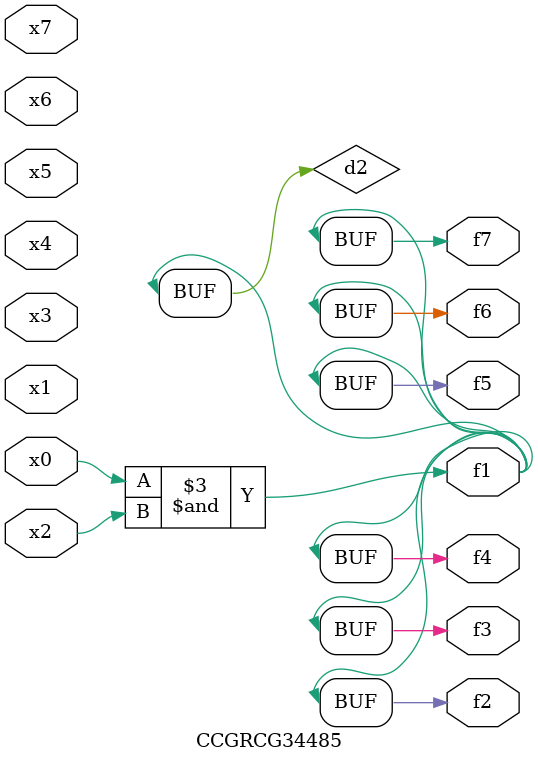
<source format=v>
module CCGRCG34485(
	input x0, x1, x2, x3, x4, x5, x6, x7,
	output f1, f2, f3, f4, f5, f6, f7
);

	wire d1, d2;

	nor (d1, x3, x6);
	and (d2, x0, x2);
	assign f1 = d2;
	assign f2 = d2;
	assign f3 = d2;
	assign f4 = d2;
	assign f5 = d2;
	assign f6 = d2;
	assign f7 = d2;
endmodule

</source>
